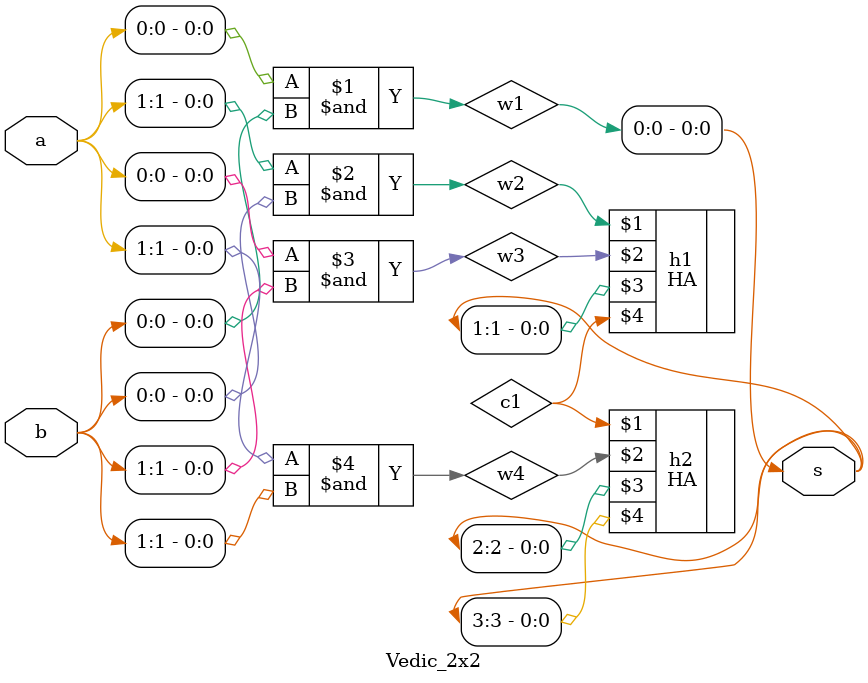
<source format=v>
module Vedic_2x2(input[1:0]a,b,output [3:0]s);

    wire w1,w2,w3,w4,c1;
    and(w1,a[0],b[0]);
    and(w2,a[1],b[0]);
    and(w3,a[0],b[1]);
    and(w4,a[1],b[1]);
    assign s[0]=w1;
    HA h1(w2,w3,s[1],c1);
    HA h2(c1,w4,s[2],s[3]);
endmodule
</source>
